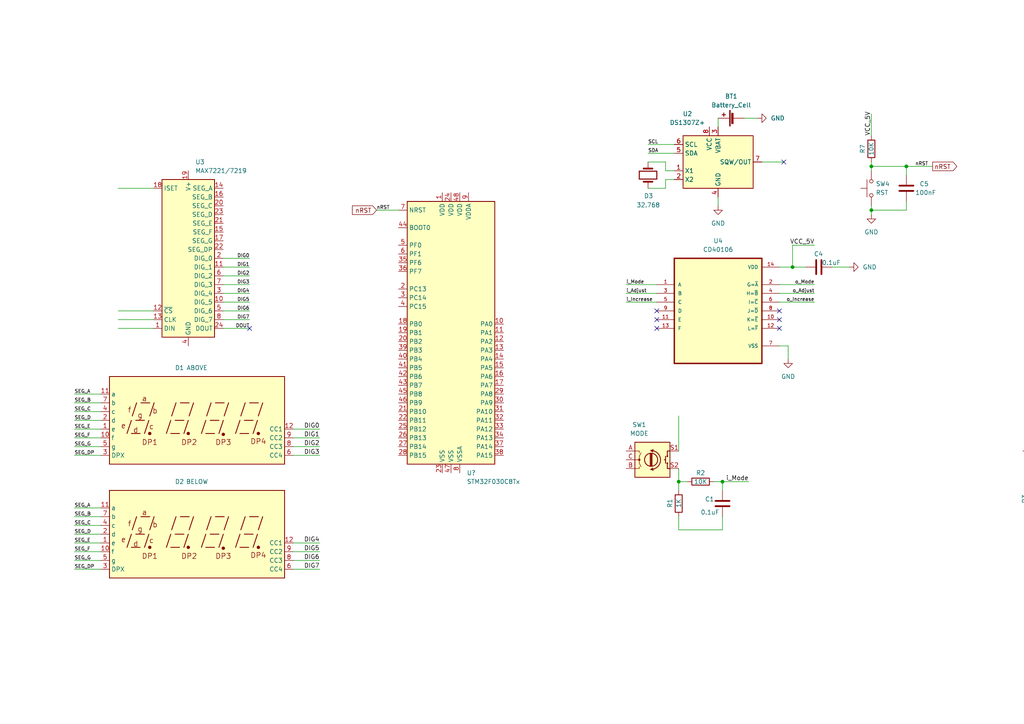
<source format=kicad_sch>
(kicad_sch (version 20211123) (generator eeschema)
  (paper "A4")
  (title_block (title "PerpetualCalendar") (company "DPEE_Lab") (comment 1 "Author: DPEE_LAB"))
  (lib_symbols
    (symbol "CD40106BM:CD40106BM" (pin_names (offset 1.016))
      (property "Reference" "U" (at -12.7 16.2306 0))
      (property "Value" "CD40106BM" (at -12.7 -19.2278 0))
      (symbol "CD40106BM_0_0"
        (rectangle (start -12.7 -15.24) (end 12.7 15.24) (stroke (width 0.4064)) (fill (type background)))
        (pin input line (at -17.78 7.62 0) (length 5.08) (name "A") (number "1"))
        (pin output line (at 17.78 -2.54 180) (length 5.08) (name "K=~{E}") (number "10"))
        (pin input line (at -17.78 -2.54 0) (length 5.08) (name "E") (number "11"))
        (pin output line (at 17.78 -5.08 180) (length 5.08) (name "L=~{F}") (number "12"))
        (pin input line (at -17.78 -5.08 0) (length 5.08) (name "F") (number "13"))
        (pin power_in line (at 17.78 12.7 180) (length 5.08) (name "VDD") (number "14"))
        (pin output line (at 17.78 7.62 180) (length 5.08) (name "G=~{A}") (number "2"))
        (pin input line (at -17.78 5.08 0) (length 5.08) (name "B") (number "3"))
        (pin output line (at 17.78 5.08 180) (length 5.08) (name "H=~{B}") (number "4"))
        (pin input line (at -17.78 2.54 0) (length 5.08) (name "C") (number "5"))
        (pin output line (at 17.78 2.54 180) (length 5.08) (name "I=~{C}") (number "6"))
        (pin power_in line (at 17.78 -10.16 180) (length 5.08) (name "VSS") (number "7"))
        (pin output line (at 17.78 0 180) (length 5.08) (name "J=~{D}") (number "8"))
        (pin input line (at -17.78 0 0) (length 5.08) (name "D") (number "9"))
      )
    )
    (symbol "Device:Battery_Cell" (pin_numbers hide) (pin_names (offset 0) hide)
      (property "Reference" "BT" (at 2.54 2.54 0))
      (property "Value" "Battery_Cell" (at 2.54 0 0))
      (symbol "Battery_Cell_0_1"
        (rectangle (start -2.286 1.778) (end 2.286 1.524) (fill (type outline)))
        (rectangle (start -1.5748 1.1938) (end 1.4732 0.6858) (fill (type outline)))
        (polyline (pts (xy 0 0.762) (xy 0 0)))
        (polyline (pts (xy 0 1.778) (xy 0 2.54)))
        (polyline (pts (xy 0.508 3.429) (xy 1.524 3.429)) (stroke (width 0.254)))
        (polyline (pts (xy 1.016 3.937) (xy 1.016 2.921)) (stroke (width 0.254)))
      )
      (symbol "Battery_Cell_1_1"
        (pin passive line (at 0 5.08 270) (length 2.54) (name "+") (number "1"))
        (pin passive line (at 0 -2.54 90) (length 2.54) (name "-") (number "2"))
      )
    )
    (symbol "Device:C" (pin_numbers hide) (pin_names (offset 0.254))
      (property "Reference" "C" (at 0.635 2.54 0))
      (property "Value" "C" (at 0.635 -2.54 0))
      (symbol "C_0_1"
        (polyline (pts (xy -2.032 -0.762) (xy 2.032 -0.762)) (stroke (width 0.508)))
        (polyline (pts (xy -2.032 0.762) (xy 2.032 0.762)) (stroke (width 0.508)))
      )
      (symbol "C_1_1"
        (pin passive line (at 0 3.81 270) (length 2.794) (name "~") (number "1"))
        (pin passive line (at 0 -3.81 90) (length 2.794) (name "~") (number "2"))
      )
    )
    (symbol "Device:Crystal" (pin_numbers hide) (pin_names (offset 1.016) hide)
      (property "Reference" "Y" (at 0 3.81 0))
      (property "Value" "Crystal" (at 0 -3.81 0))
      (symbol "Crystal_0_1"
        (rectangle (start -1.143 2.54) (end 1.143 -2.54) (stroke (width 0.3048)))
        (polyline (pts (xy -2.54 0) (xy -1.905 0)))
        (polyline (pts (xy -1.905 -1.27) (xy -1.905 1.27)) (stroke (width 0.508)))
        (polyline (pts (xy 1.905 -1.27) (xy 1.905 1.27)) (stroke (width 0.508)))
        (polyline (pts (xy 2.54 0) (xy 1.905 0)))
      )
      (symbol "Crystal_1_1"
        (pin passive line (at -3.81 0 0) (length 1.27) (name "1") (number "1"))
        (pin passive line (at 3.81 0 180) (length 1.27) (name "2") (number "2"))
      )
    )
    (symbol "Device:R" (pin_numbers hide) (pin_names (offset 0))
      (property "Reference" "R" (at 2.032 0 90))
      (property "Value" "R" (at 0 0 90))
      (symbol "R_0_1"
        (rectangle (start -1.016 -2.54) (end 1.016 2.54) (stroke (width 0.254)))
      )
      (symbol "R_1_1"
        (pin passive line (at 0 3.81 270) (length 1.27) (name "~") (number "1"))
        (pin passive line (at 0 -3.81 90) (length 1.27) (name "~") (number "2"))
      )
    )
    (symbol "Device:RotaryEncoder_Switch" (pin_names (offset 0.254) hide)
      (property "Reference" "SW" (at 0 6.604 0))
      (property "Value" "RotaryEncoder_Switch" (at 0 -6.604 0))
      (symbol "RotaryEncoder_Switch_0_1"
        (rectangle (start -5.08 5.08) (end 5.08 -5.08) (stroke (width 0.254)) (fill (type background)))
        (circle (center -3.81 0) (radius 0.254) (fill (type outline)))
        (arc (start -0.381 -2.794) (mid 2.3622 -0.0508) (end -0.381 2.667) (stroke (width 0.254)))
        (circle (center -0.381 0) (radius 1.905) (stroke (width 0.254)))
        (polyline (pts (xy -0.635 -1.778) (xy -0.635 1.778)) (stroke (width 0.254)))
        (polyline (pts (xy -0.381 -1.778) (xy -0.381 1.778)) (stroke (width 0.254)))
        (polyline (pts (xy -0.127 1.778) (xy -0.127 -1.778)) (stroke (width 0.254)))
        (polyline (pts (xy 3.81 0) (xy 3.429 0)) (stroke (width 0.254)))
        (polyline (pts (xy 3.81 1.016) (xy 3.81 -1.016)) (stroke (width 0.254)))
        (polyline (pts (xy -5.08 -2.54) (xy -3.81 -2.54) (xy -3.81 -2.032)))
        (polyline (pts (xy -5.08 2.54) (xy -3.81 2.54) (xy -3.81 2.032)))
        (polyline (pts (xy 0.254 -3.048) (xy -0.508 -2.794) (xy 0.127 -2.413)) (stroke (width 0.254)))
        (polyline (pts (xy 0.254 2.921) (xy -0.508 2.667) (xy 0.127 2.286)) (stroke (width 0.254)))
        (polyline (pts (xy 5.08 -2.54) (xy 4.318 -2.54) (xy 4.318 -1.016)) (stroke (width 0.254)))
        (polyline (pts (xy 5.08 2.54) (xy 4.318 2.54) (xy 4.318 1.016)) (stroke (width 0.254)))
        (polyline (pts (xy -5.08 0) (xy -3.81 0) (xy -3.81 -1.016) (xy -3.302 -2.032)))
        (polyline (pts (xy -4.318 0) (xy -3.81 0) (xy -3.81 1.016) (xy -3.302 2.032)))
        (circle (center 4.318 -1.016) (radius 0.127) (stroke (width 0.254)))
        (circle (center 4.318 1.016) (radius 0.127) (stroke (width 0.254)))
      )
      (symbol "RotaryEncoder_Switch_1_1"
        (pin passive line (at -7.62 2.54 0) (length 2.54) (name "A") (number "A"))
        (pin passive line (at -7.62 -2.54 0) (length 2.54) (name "B") (number "B"))
        (pin passive line (at -7.62 0 0) (length 2.54) (name "C") (number "C"))
        (pin passive line (at 7.62 2.54 180) (length 2.54) (name "S1") (number "S1"))
        (pin passive line (at 7.62 -2.54 180) (length 2.54) (name "S2") (number "S2"))
      )
    )
    (symbol "Display_Character:CC56-12CGKWA"
      (property "Reference" "U" (at -24.13 13.97 0))
      (property "Value" "CC56-12CGKWA" (at 17.78 13.97 0))
      (symbol "CC56-12CGKWA_0_0"
        (rectangle (start -25.4 12.7) (end 25.4 -12.7) (stroke (width 0.254)) (fill (type background)))
        (polyline (pts (xy -20.32 -3.81) (xy -19.05 0)) (stroke (width 0.254)))
        (polyline (pts (xy -19.05 -3.81) (xy -16.51 -3.81)) (stroke (width 0.254)))
        (polyline (pts (xy -18.796 1.27) (xy -17.526 5.08)) (stroke (width 0.254)))
        (polyline (pts (xy -17.78 0) (xy -15.24 0)) (stroke (width 0.254)))
        (polyline (pts (xy -16.256 5.08) (xy -13.716 5.08)) (stroke (width 0.254)))
        (polyline (pts (xy -15.24 -3.81) (xy -13.97 0)) (stroke (width 0.254)))
        (polyline (pts (xy -13.716 1.27) (xy -12.446 5.08)) (stroke (width 0.254)))
        (polyline (pts (xy -8.89 -3.81) (xy -7.62 0)) (stroke (width 0.254)))
        (polyline (pts (xy -7.62 -3.81) (xy -5.08 -3.81)) (stroke (width 0.254)))
        (polyline (pts (xy -7.366 1.27) (xy -6.096 5.08)) (stroke (width 0.254)))
        (polyline (pts (xy -6.35 0) (xy -3.81 0)) (stroke (width 0.254)))
        (polyline (pts (xy -4.826 5.08) (xy -2.286 5.08)) (stroke (width 0.254)))
        (polyline (pts (xy -3.81 -3.81) (xy -2.54 0)) (stroke (width 0.254)))
        (polyline (pts (xy -2.286 1.27) (xy -1.016 5.08)) (stroke (width 0.254)))
        (polyline (pts (xy 1.27 -3.81) (xy 2.54 0)) (stroke (width 0.254)))
        (polyline (pts (xy 2.54 -3.81) (xy 5.08 -3.81)) (stroke (width 0.254)))
        (polyline (pts (xy 2.794 1.27) (xy 4.064 5.08)) (stroke (width 0.254)))
        (polyline (pts (xy 3.81 0) (xy 6.35 0)) (stroke (width 0.254)))
        (polyline (pts (xy 5.334 5.08) (xy 7.874 5.08)) (stroke (width 0.254)))
        (polyline (pts (xy 6.35 -3.81) (xy 7.62 0)) (stroke (width 0.254)))
        (polyline (pts (xy 7.874 1.27) (xy 9.144 5.08)) (stroke (width 0.254)))
        (polyline (pts (xy 11.176 -3.81) (xy 12.446 0)) (stroke (width 0.254)))
        (polyline (pts (xy 12.446 -3.81) (xy 14.986 -3.81)) (stroke (width 0.254)))
        (polyline (pts (xy 12.7 1.27) (xy 13.97 5.08)) (stroke (width 0.254)))
        (polyline (pts (xy 13.716 0) (xy 16.256 0)) (stroke (width 0.254)))
        (polyline (pts (xy 15.24 5.08) (xy 17.78 5.08)) (stroke (width 0.254)))
        (polyline (pts (xy 16.256 -3.81) (xy 17.526 0)) (stroke (width 0.254)))
        (polyline (pts (xy 17.78 1.27) (xy 19.05 5.08)) (stroke (width 0.254)))
        (text "a" (at -15.24 6.35 0) (effects (font (size 1.524 1.524))))
        (text "b" (at -12.192 2.794 0) (effects (font (size 1.524 1.524))))
        (text "c" (at -13.208 -1.778 0) (effects (font (size 1.524 1.524))))
        (text "d" (at -17.78 -2.794 0) (effects (font (size 1.524 1.524))))
        (text "DP1" (at -13.716 -6.35 0) (effects (font (size 1.524 1.524))))
        (text "DP2" (at -2.286 -6.35 0) (effects (font (size 1.524 1.524))))
        (text "DP3" (at 7.62 -6.35 0) (effects (font (size 1.524 1.524))))
        (text "DP4" (at 17.78 -6.096 0) (effects (font (size 1.524 1.524))))
        (text "e" (at -21.336 -1.524 0) (effects (font (size 1.524 1.524))))
        (text "f" (at -19.558 3.048 0) (effects (font (size 1.524 1.524))))
        (text "g" (at -16.51 1.524 0) (effects (font (size 1.524 1.524))))
      )
      (symbol "CC56-12CGKWA_0_1"
        (circle (center -13.716 -3.81) (radius 0.3556) (stroke (width 0.254)) (fill (type outline)))
        (circle (center -2.54 -3.81) (radius 0.3556) (stroke (width 0.254)) (fill (type outline)))
      )
      (symbol "CC56-12CGKWA_1_0"
        (circle (center 7.62 -4.064) (radius 0.3556) (stroke (width 0.254)) (fill (type outline)))
        (circle (center 17.78 -3.81) (radius 0.3556) (stroke (width 0.254)) (fill (type outline)))
      )
      (symbol "CC56-12CGKWA_1_1"
        (pin input line (at -27.94 -2.54 0) (length 2.54) (name "e") (number "1"))
        (pin input line (at -27.94 -5.08 0) (length 2.54) (name "f") (number "10"))
        (pin input line (at -27.94 7.62 0) (length 2.54) (name "a") (number "11"))
        (pin input line (at 27.94 -2.54 180) (length 2.54) (name "CC1") (number "12"))
        (pin input line (at -27.94 0 0) (length 2.54) (name "d") (number "2"))
        (pin input line (at -27.94 -10.16 0) (length 2.54) (name "DPX") (number "3"))
        (pin input line (at -27.94 2.54 0) (length 2.54) (name "c") (number "4"))
        (pin input line (at -27.94 -7.62 0) (length 2.54) (name "g") (number "5"))
        (pin input line (at 27.94 -10.16 180) (length 2.54) (name "CC4") (number "6"))
        (pin input line (at -27.94 5.08 0) (length 2.54) (name "b") (number "7"))
        (pin input line (at 27.94 -7.62 180) (length 2.54) (name "CC3") (number "8"))
        (pin input line (at 27.94 -5.08 180) (length 2.54) (name "CC2") (number "9"))
      )
    )
    (symbol "Driver_LED:MAX7221xWG"
      (property "Reference" "U" (at -6.35 24.13 0))
      (property "Value" "MAX7221xWG" (at 1.27 25.4 0))
      (symbol "MAX7221xWG_0_1"
        (rectangle (start -7.62 22.86) (end 7.62 -22.86) (stroke (width 0.254)) (fill (type background)))
      )
      (symbol "MAX7221xWG_1_1"
        (pin input line (at -10.16 -20.32 0) (length 2.54) (name "DIN") (number "1"))
        (pin open_collector line (at 10.16 -12.7 180) (length 2.54) (name "DIG_5") (number "10"))
        (pin open_collector line (at 10.16 -2.54 180) (length 2.54) (name "DIG_1") (number "11"))
        (pin input line (at -10.16 -15.24 0) (length 2.54) (name "~{CS}") (number "12"))
        (pin input line (at -10.16 -17.78 0) (length 2.54) (name "CLK") (number "13"))
        (pin open_emitter line (at 10.16 20.32 180) (length 2.54) (name "SEG_A") (number "14"))
        (pin open_emitter line (at 10.16 7.62 180) (length 2.54) (name "SEG_F") (number "15"))
        (pin open_emitter line (at 10.16 17.78 180) (length 2.54) (name "SEG_B") (number "16"))
        (pin open_emitter line (at 10.16 5.08 180) (length 2.54) (name "SEG_G") (number "17"))
        (pin input line (at -10.16 20.32 0) (length 2.54) (name "ISET") (number "18"))
        (pin power_in line (at 0 25.4 270) (length 2.54) (name "V+") (number "19"))
        (pin open_collector line (at 10.16 0 180) (length 2.54) (name "DIG_0") (number "2"))
        (pin open_emitter line (at 10.16 15.24 180) (length 2.54) (name "SEG_C") (number "20"))
        (pin open_emitter line (at 10.16 10.16 180) (length 2.54) (name "SEG_E") (number "21"))
        (pin open_emitter line (at 10.16 2.54 180) (length 2.54) (name "SEG_DP") (number "22"))
        (pin open_emitter line (at 10.16 12.7 180) (length 2.54) (name "SEG_D") (number "23"))
        (pin output line (at 10.16 -20.32 180) (length 2.54) (name "DOUT") (number "24"))
        (pin open_collector line (at 10.16 -10.16 180) (length 2.54) (name "DIG_4") (number "3"))
        (pin power_in line (at 0 -25.4 90) (length 2.54) (name "GND") (number "4"))
        (pin open_collector line (at 10.16 -15.24 180) (length 2.54) (name "DIG_6") (number "5"))
        (pin open_collector line (at 10.16 -5.08 180) (length 2.54) (name "DIG_2") (number "6"))
        (pin open_collector line (at 10.16 -7.62 180) (length 2.54) (name "DIG_3") (number "7"))
        (pin open_collector line (at 10.16 -17.78 180) (length 2.54) (name "DIG_7") (number "8"))
        (pin passive line (at 0 -25.4 90) (length 2.54) hide (name "GND") (number "9"))
      )
    )
    (symbol "MCU_ST_STM32F0:STM32F030C8Tx"
      (property "Reference" "U" (at -12.7 39.37 0))
      (property "Value" "STM32F030C8Tx" (at 7.62 39.37 0))
      (symbol "STM32F030C8Tx_0_1"
        (rectangle (start -12.7 -38.1) (end 12.7 38.1) (stroke (width 0.254)) (fill (type background)))
      )
      (symbol "STM32F030C8Tx_1_1"
        (pin power_in line (at -2.54 40.64 270) (length 2.54) (name "VDD") (number "1"))
        (pin bidirectional line (at 15.24 2.54 180) (length 2.54) (name "PA0") (number "10"))
        (pin bidirectional line (at 15.24 0 180) (length 2.54) (name "PA1") (number "11"))
        (pin bidirectional line (at 15.24 -2.54 180) (length 2.54) (name "PA2") (number "12"))
        (pin bidirectional line (at 15.24 -5.08 180) (length 2.54) (name "PA3") (number "13"))
        (pin bidirectional line (at 15.24 -7.62 180) (length 2.54) (name "PA4") (number "14"))
        (pin bidirectional line (at 15.24 -10.16 180) (length 2.54) (name "PA5") (number "15"))
        (pin bidirectional line (at 15.24 -12.7 180) (length 2.54) (name "PA6") (number "16"))
        (pin bidirectional line (at 15.24 -15.24 180) (length 2.54) (name "PA7") (number "17"))
        (pin bidirectional line (at -15.24 2.54 0) (length 2.54) (name "PB0") (number "18"))
        (pin bidirectional line (at -15.24 0 0) (length 2.54) (name "PB1") (number "19"))
        (pin bidirectional line (at -15.24 12.7 0) (length 2.54) (name "PC13") (number "2"))
        (pin bidirectional line (at -15.24 -2.54 0) (length 2.54) (name "PB2") (number "20"))
        (pin bidirectional line (at -15.24 -22.86 0) (length 2.54) (name "PB10") (number "21"))
        (pin bidirectional line (at -15.24 -25.4 0) (length 2.54) (name "PB11") (number "22"))
        (pin power_in line (at -2.54 -40.64 90) (length 2.54) (name "VSS") (number "23"))
        (pin power_in line (at 0 40.64 270) (length 2.54) (name "VDD") (number "24"))
        (pin bidirectional line (at -15.24 -27.94 0) (length 2.54) (name "PB12") (number "25"))
        (pin bidirectional line (at -15.24 -30.48 0) (length 2.54) (name "PB13") (number "26"))
        (pin bidirectional line (at -15.24 -33.02 0) (length 2.54) (name "PB14") (number "27"))
        (pin bidirectional line (at -15.24 -35.56 0) (length 2.54) (name "PB15") (number "28"))
        (pin bidirectional line (at 15.24 -17.78 180) (length 2.54) (name "PA8") (number "29"))
        (pin bidirectional line (at -15.24 10.16 0) (length 2.54) (name "PC14") (number "3"))
        (pin bidirectional line (at 15.24 -20.32 180) (length 2.54) (name "PA9") (number "30"))
        (pin bidirectional line (at 15.24 -22.86 180) (length 2.54) (name "PA10") (number "31"))
        (pin bidirectional line (at 15.24 -25.4 180) (length 2.54) (name "PA11") (number "32"))
        (pin bidirectional line (at 15.24 -27.94 180) (length 2.54) (name "PA12") (number "33"))
        (pin bidirectional line (at 15.24 -30.48 180) (length 2.54) (name "PA13") (number "34"))
        (pin bidirectional line (at -15.24 20.32 0) (length 2.54) (name "PF6") (number "35"))
        (pin bidirectional line (at -15.24 17.78 0) (length 2.54) (name "PF7") (number "36"))
        (pin bidirectional line (at 15.24 -33.02 180) (length 2.54) (name "PA14") (number "37"))
        (pin bidirectional line (at 15.24 -35.56 180) (length 2.54) (name "PA15") (number "38"))
        (pin bidirectional line (at -15.24 -5.08 0) (length 2.54) (name "PB3") (number "39"))
        (pin bidirectional line (at -15.24 7.62 0) (length 2.54) (name "PC15") (number "4"))
        (pin bidirectional line (at -15.24 -7.62 0) (length 2.54) (name "PB4") (number "40"))
        (pin bidirectional line (at -15.24 -10.16 0) (length 2.54) (name "PB5") (number "41"))
        (pin bidirectional line (at -15.24 -12.7 0) (length 2.54) (name "PB6") (number "42"))
        (pin bidirectional line (at -15.24 -15.24 0) (length 2.54) (name "PB7") (number "43"))
        (pin input line (at -15.24 30.48 0) (length 2.54) (name "BOOT0") (number "44"))
        (pin bidirectional line (at -15.24 -17.78 0) (length 2.54) (name "PB8") (number "45"))
        (pin bidirectional line (at -15.24 -20.32 0) (length 2.54) (name "PB9") (number "46"))
        (pin power_in line (at 0 -40.64 90) (length 2.54) (name "VSS") (number "47"))
        (pin power_in line (at 2.54 40.64 270) (length 2.54) (name "VDD") (number "48"))
        (pin input line (at -15.24 25.4 0) (length 2.54) (name "PF0") (number "5"))
        (pin input line (at -15.24 22.86 0) (length 2.54) (name "PF1") (number "6"))
        (pin input line (at -15.24 35.56 0) (length 2.54) (name "NRST") (number "7"))
        (pin power_in line (at 2.54 -40.64 90) (length 2.54) (name "VSSA") (number "8"))
        (pin power_in line (at 5.08 40.64 270) (length 2.54) (name "VDDA") (number "9"))
      )
    )
    (symbol "Switch:SW_Push" (pin_numbers hide) (pin_names (offset 1.016) hide)
      (property "Reference" "SW" (at 1.27 2.54 0))
      (property "Value" "SW_Push" (at 0 -1.524 0))
      (symbol "SW_Push_0_1"
        (circle (center -2.032 0) (radius 0.508))
        (polyline (pts (xy 0 1.27) (xy 0 3.048)))
        (polyline (pts (xy 2.54 1.27) (xy -2.54 1.27)))
        (circle (center 2.032 0) (radius 0.508))
        (pin passive line (at -5.08 0 0) (length 2.54) (name "1") (number "1"))
        (pin passive line (at 5.08 0 180) (length 2.54) (name "2") (number "2"))
      )
    )
    (symbol "Timer_RTC:DS1307Z+"
      (property "Reference" "U" (at -8.89 8.89 0))
      (property "Value" "DS1307Z+" (at 1.27 8.89 0))
      (symbol "DS1307Z+_0_1"
        (rectangle (start -10.16 7.62) (end 10.16 -7.62) (stroke (width 0.254)) (fill (type background)))
      )
      (symbol "DS1307Z+_1_1"
        (pin input line (at -12.7 -2.54 0) (length 2.54) (name "X1") (number "1"))
        (pin input line (at -12.7 -5.08 0) (length 2.54) (name "X2") (number "2"))
        (pin power_in line (at 0 10.16 270) (length 2.54) (name "VBAT") (number "3"))
        (pin power_in line (at 0 -10.16 90) (length 2.54) (name "GND") (number "4"))
        (pin bidirectional line (at -12.7 2.54 0) (length 2.54) (name "SDA") (number "5"))
        (pin input line (at -12.7 5.08 0) (length 2.54) (name "SCL") (number "6"))
        (pin open_collector line (at 12.7 0 180) (length 2.54) (name "SQW/OUT") (number "7"))
        (pin power_in line (at -2.54 10.16 270) (length 2.54) (name "VCC") (number "8"))
      )
    )
    (symbol "power:GND" (power) (pin_names (offset 0))
      (property "Value" "GND" (at 0 -3.81 0))
      (symbol "GND_0_1"
        (polyline (pts (xy 0 0) (xy 0 -1.27) (xy 1.27 -1.27) (xy 0 -2.54) (xy -1.27 -1.27) (xy 0 -1.27)))
      )
      (symbol "GND_1_1"
        (pin power_in line (at 0 0 270) (length 0) hide (name "GND") (number "1"))
      )
    )
  )
  (junction (at 312.42 138.43))
  (junction (at 339.09 138.43))
  (junction (at 308.61 152.4))
  (junction (at 209.55 139.7))
  (junction (at 262.89 48.26))
  (junction (at 326.39 138.43))
  (junction (at 326.39 152.4))
  (junction (at 299.72 138.43))
  (junction (at 196.85 139.7))
  (junction (at 312.42 152.4))
  (junction (at 229.87 77.47))
  (junction (at 252.73 60.96))
  (junction (at 252.73 48.26))
  (no_connect (at 227.33 46.99))
  (no_connect (at 190.5 92.71))
  (no_connect (at 190.5 95.25))
  (no_connect (at 226.06 95.25))
  (no_connect (at 226.06 92.71))
  (no_connect (at 190.5 90.17))
  (no_connect (at 72.39 95.25))
  (no_connect (at 226.06 90.17))
  (wire (pts (xy 187.96 46.99) (xy 193.04 46.99)))
  (wire (pts (xy 196.85 153.67) (xy 209.55 153.67)))
  (wire (pts (xy 187.96 54.61) (xy 193.04 54.61)))
  (wire (pts (xy 21.59 165.1) (xy 29.21 165.1)))
  (wire (pts (xy 220.98 46.99) (xy 227.33 46.99)))
  (wire (pts (xy 252.73 60.96) (xy 252.73 62.23)))
  (wire (pts (xy 196.85 139.7) (xy 196.85 142.24)))
  (wire (pts (xy 229.87 77.47) (xy 229.87 71.12)))
  (wire (pts (xy 299.72 148.59) (xy 299.72 152.4)))
  (wire (pts (xy 21.59 116.84) (xy 29.21 116.84)))
  (wire (pts (xy 209.55 139.7) (xy 209.55 142.24)))
  (wire (pts (xy 85.09 124.46) (xy 92.71 124.46)))
  (wire (pts (xy 21.59 152.4) (xy 29.21 152.4)))
  (wire (pts (xy 252.73 48.26) (xy 252.73 49.53)))
  (wire (pts (xy 21.59 121.92) (xy 29.21 121.92)))
  (wire (pts (xy 262.89 60.96) (xy 262.89 58.42)))
  (wire (pts (xy 252.73 46.99) (xy 252.73 48.26)))
  (wire (pts (xy 326.39 121.92) (xy 326.39 125.73)))
  (wire (pts (xy 64.77 80.01) (xy 72.39 80.01)))
  (wire (pts (xy 208.28 34.29) (xy 208.28 36.83)))
  (wire (pts (xy 34.29 54.61) (xy 44.45 54.61)))
  (wire (pts (xy 196.85 120.65) (xy 196.85 130.81)))
  (wire (pts (xy 193.04 54.61) (xy 193.04 52.07)))
  (wire (pts (xy 187.96 41.91) (xy 195.58 41.91)))
  (wire (pts (xy 85.09 129.54) (xy 92.71 129.54)))
  (wire (pts (xy 85.09 132.08) (xy 92.71 132.08)))
  (wire (pts (xy 241.3 77.47) (xy 246.38 77.47)))
  (wire (pts (xy 181.61 85.09) (xy 190.5 85.09)))
  (wire (pts (xy 196.85 139.7) (xy 199.39 139.7)))
  (wire (pts (xy 181.61 87.63) (xy 190.5 87.63)))
  (wire (pts (xy 85.09 157.48) (xy 92.71 157.48)))
  (wire (pts (xy 299.72 135.89) (xy 299.72 138.43)))
  (wire (pts (xy 64.77 87.63) (xy 72.39 87.63)))
  (wire (pts (xy 196.85 149.86) (xy 196.85 153.67)))
  (wire (pts (xy 312.42 138.43) (xy 321.31 138.43)))
  (wire (pts (xy 208.28 57.15) (xy 208.28 59.69)))
  (wire (pts (xy 299.72 138.43) (xy 299.72 140.97)))
  (wire (pts (xy 34.29 90.17) (xy 44.45 90.17)))
  (wire (pts (xy 339.09 152.4) (xy 326.39 152.4)))
  (wire (pts (xy 336.55 138.43) (xy 339.09 138.43)))
  (wire (pts (xy 64.77 95.25) (xy 72.39 95.25)))
  (wire (pts (xy 226.06 87.63) (xy 236.22 87.63)))
  (wire (pts (xy 229.87 77.47) (xy 233.68 77.47)))
  (wire (pts (xy 21.59 129.54) (xy 29.21 129.54)))
  (wire (pts (xy 21.59 147.32) (xy 29.21 147.32)))
  (wire (pts (xy 326.39 148.59) (xy 326.39 152.4)))
  (wire (pts (xy 21.59 119.38) (xy 29.21 119.38)))
  (wire (pts (xy 85.09 162.56) (xy 92.71 162.56)))
  (wire (pts (xy 209.55 139.7) (xy 217.17 139.7)))
  (wire (pts (xy 21.59 114.3) (xy 29.21 114.3)))
  (wire (pts (xy 34.29 92.71) (xy 44.45 92.71)))
  (wire (pts (xy 64.77 82.55) (xy 72.39 82.55)))
  (wire (pts (xy 309.88 138.43) (xy 312.42 138.43)))
  (wire (pts (xy 207.01 139.7) (xy 209.55 139.7)))
  (wire (pts (xy 193.04 49.53) (xy 195.58 49.53)))
  (wire (pts (xy 326.39 152.4) (xy 312.42 152.4)))
  (wire (pts (xy 64.77 92.71) (xy 72.39 92.71)))
  (wire (pts (xy 21.59 127) (xy 29.21 127)))
  (wire (pts (xy 308.61 152.4) (xy 308.61 156.21)))
  (wire (pts (xy 85.09 127) (xy 92.71 127)))
  (wire (pts (xy 85.09 160.02) (xy 92.71 160.02)))
  (wire (pts (xy 326.39 135.89) (xy 326.39 138.43)))
  (wire (pts (xy 21.59 157.48) (xy 29.21 157.48)))
  (wire (pts (xy 312.42 152.4) (xy 308.61 152.4)))
  (wire (pts (xy 64.77 85.09) (xy 72.39 85.09)))
  (wire (pts (xy 187.96 44.45) (xy 195.58 44.45)))
  (wire (pts (xy 339.09 138.43) (xy 350.52 138.43)))
  (wire (pts (xy 252.73 59.69) (xy 252.73 60.96)))
  (wire (pts (xy 181.61 82.55) (xy 190.5 82.55)))
  (wire (pts (xy 34.29 95.25) (xy 44.45 95.25)))
  (wire (pts (xy 193.04 46.99) (xy 193.04 49.53)))
  (wire (pts (xy 299.72 121.92) (xy 299.72 125.73)))
  (wire (pts (xy 326.39 138.43) (xy 328.93 138.43)))
  (wire (pts (xy 339.09 138.43) (xy 339.09 140.97)))
  (wire (pts (xy 252.73 60.96) (xy 262.89 60.96)))
  (wire (pts (xy 215.9 34.29) (xy 219.71 34.29)))
  (wire (pts (xy 64.77 74.93) (xy 72.39 74.93)))
  (wire (pts (xy 226.06 100.33) (xy 228.6 100.33)))
  (wire (pts (xy 21.59 160.02) (xy 29.21 160.02)))
  (wire (pts (xy 109.22 60.96) (xy 115.57 60.96)))
  (wire (pts (xy 21.59 124.46) (xy 29.21 124.46)))
  (wire (pts (xy 226.06 82.55) (xy 236.22 82.55)))
  (wire (pts (xy 21.59 162.56) (xy 29.21 162.56)))
  (wire (pts (xy 196.85 135.89) (xy 196.85 139.7)))
  (wire (pts (xy 262.89 48.26) (xy 262.89 50.8)))
  (wire (pts (xy 21.59 149.86) (xy 29.21 149.86)))
  (wire (pts (xy 226.06 77.47) (xy 229.87 77.47)))
  (wire (pts (xy 299.72 138.43) (xy 302.26 138.43)))
  (wire (pts (xy 339.09 148.59) (xy 339.09 152.4)))
  (wire (pts (xy 226.06 85.09) (xy 236.22 85.09)))
  (wire (pts (xy 229.87 71.12) (xy 236.22 71.12)))
  (wire (pts (xy 209.55 149.86) (xy 209.55 153.67)))
  (wire (pts (xy 228.6 100.33) (xy 228.6 104.14)))
  (wire (pts (xy 193.04 52.07) (xy 195.58 52.07)))
  (wire (pts (xy 64.77 77.47) (xy 72.39 77.47)))
  (wire (pts (xy 64.77 90.17) (xy 72.39 90.17)))
  (wire (pts (xy 21.59 154.94) (xy 29.21 154.94)))
  (wire (pts (xy 312.42 138.43) (xy 312.42 140.97)))
  (wire (pts (xy 299.72 121.92) (xy 326.39 121.92)))
  (wire (pts (xy 312.42 148.59) (xy 312.42 152.4)))
  (wire (pts (xy 21.59 132.08) (xy 29.21 132.08)))
  (wire (pts (xy 85.09 165.1) (xy 92.71 165.1)))
  (wire (pts (xy 262.89 48.26) (xy 270.51 48.26)))
  (wire (pts (xy 326.39 138.43) (xy 326.39 140.97)))
  (wire (pts (xy 308.61 152.4) (xy 299.72 152.4)))
  (wire (pts (xy 252.73 33.02) (xy 252.73 39.37)))
  (wire (pts (xy 252.73 48.26) (xy 262.89 48.26)))
  (label "SEG_G" (at 21.59 162.56 0) (effects (font (size 1 1))))
  (label "i_Mode" (at 181.61 82.55 0) (effects (font (size 1 1))))
  (label "SCL" (at 187.96 41.91 0) (effects (font (size 1 1))))
  (label "DIG6" (at 92.71 162.56 180))
  (label "o_Adjust" (at 236.22 85.09 180) (effects (font (size 1 1))))
  (label "DOUT" (at 72.39 95.25 180) (effects (font (size 1 1))))
  (label "SEG_D" (at 21.59 121.92 0) (effects (font (size 1 1))))
  (label "i_Adjust" (at 181.61 85.09 0) (effects (font (size 1 1))))
  (label "i_Adjust" (at 321.31 138.43 180))
  (label "nRST" (at 269.24 48.26 180) (effects (font (size 1 1))))
  (label "SEG_A" (at 21.59 114.3 0) (effects (font (size 1 1))))
  (label "SEG_DP" (at 21.59 165.1 0) (effects (font (size 1 1))))
  (label "i_Increase" (at 350.52 138.43 180))
  (label "DIG3" (at 92.71 132.08 180))
  (label "SEG_E" (at 21.59 157.48 0) (effects (font (size 1 1))))
  (label "DIG4" (at 92.71 157.48 180))
  (label "SEG_C" (at 21.59 119.38 0) (effects (font (size 1 1))))
  (label "DIG5" (at 72.39 87.63 180) (effects (font (size 1 1))))
  (label "DIG3" (at 72.39 82.55 180) (effects (font (size 1 1))))
  (label "o_Increase" (at 236.22 87.63 180) (effects (font (size 1 1))))
  (label "SEG_DP" (at 21.59 132.08 0) (effects (font (size 1 1))))
  (label "o_Mode" (at 236.22 82.55 180) (effects (font (size 1 1))))
  (label "DIG2" (at 92.71 129.54 180))
  (label "SEG_G" (at 21.59 129.54 0) (effects (font (size 1 1))))
  (label "SDA" (at 187.96 44.45 0) (effects (font (size 1 1))))
  (label "DIG7" (at 92.71 165.1 180))
  (label "DIG6" (at 72.39 90.17 180) (effects (font (size 1 1))))
  (label "DIG4" (at 72.39 85.09 180) (effects (font (size 1 1))))
  (label "DIG2" (at 72.39 80.01 180) (effects (font (size 1 1))))
  (label "DIG1" (at 92.71 127 180))
  (label "SEG_F" (at 21.59 160.02 0) (effects (font (size 1 1))))
  (label "VCC_5V" (at 236.22 71.12 180))
  (label "SEG_B" (at 21.59 116.84 0) (effects (font (size 1 1))))
  (label "nRST" (at 109.22 60.96 0) (effects (font (size 1 1))))
  (label "DIG0" (at 92.71 124.46 180))
  (label "DIG7" (at 72.39 92.71 180) (effects (font (size 1 1))))
  (label "DIG1" (at 72.39 77.47 180) (effects (font (size 1 1))))
  (label "DIG5" (at 92.71 160.02 180))
  (label "SEG_F" (at 21.59 127 0) (effects (font (size 1 1))))
  (label "VCC_5V" (at 252.73 39.37 90))
  (label "SEG_B" (at 21.59 149.86 0) (effects (font (size 1 1))))
  (label "i_Increase" (at 181.61 87.63 0) (effects (font (size 1 1))))
  (label "i_Mode" (at 217.17 139.7 180))
  (label "SEG_D" (at 21.59 154.94 0) (effects (font (size 1 1))))
  (label "SEG_A" (at 21.59 147.32 0) (effects (font (size 1 1))))
  (label "SEG_E" (at 21.59 124.46 0) (effects (font (size 1 1))))
  (label "DIG0" (at 72.39 74.93 180) (effects (font (size 1 1))))
  (label "SEG_C" (at 21.59 152.4 0) (effects (font (size 1 1))))
  (global_label "nRST" (shape input) (at 109.22 60.96 180) (property "Intersheet References" "${INTERSHEET_REFS}" (effects hide)))
  (global_label "nRST" (shape output) (at 270.51 48.26 0) (property "Intersheet References" "${INTERSHEET_REFS}" (effects hide)))
  (symbol (lib_id "Switch:SW_Push") (at 326.39 130.81 90) (unit 1)
    (property "Reference" "SW3" (at 327.66 129.5399 90) (effects (justify right)))
    (property "Value" "Increase" (at 327.66 132.0799 90) (effects (justify right)))
  )
  (symbol (lib_id "MCU_ST_STM32F0:STM32F030C8Tx") (at 130.81 96.52 0) (unit 1)
    (property "Reference" "U?" (at 135.3694 137.16 0) (effects (justify left)))
    (property "Value" "STM32F030C8Tx" (at 135.3694 139.7 0) (effects (justify left)))
    (property "Footprint" "Package_QFP:LQFP-48_7x7mm_P0.5mm" (effects hide))
    (property "Datasheet" "http://www.st.com/st-web-ui/static/active/en/resource/technical/document/datasheet/DM00088500.pdf" (effects hide))
  )
  (symbol (lib_id "Device:C") (at 339.09 144.78 0) (unit 1)
    (property "Reference" "C3" (at 334.01 143.51 0) (effects (justify left)))
    (property "Value" "0.1uF" (at 332.74 147.32 0) (effects (justify left)))
  )
  (symbol (lib_id "Switch:SW_Push") (at 252.73 54.61 90) (unit 1)
    (property "Reference" "SW4" (at 254 53.3399 90) (effects (justify right)))
    (property "Value" "RST" (at 254 55.8799 90) (effects (justify right)))
  )
  (symbol (lib_id "Device:C") (at 262.89 54.61 0) (unit 1)
    (property "Reference" "C5" (at 266.7 53.3399 0) (effects (justify left)))
    (property "Value" "100nF" (at 265.43 55.88 0) (effects (justify left)))
    (property "Footprint" "Capacitor_SMD:C_0805_2012Metric" (effects hide))
  )
  (symbol (lib_id "Device:R") (at 203.2 139.7 90) (unit 1)
    (property "Reference" "R2" (at 203.2 137.16 90))
    (property "Value" "10K" (at 203.2 139.7 90))
  )
  (symbol (lib_id "Device:R") (at 332.74 138.43 90) (unit 1)
    (property "Reference" "R6" (at 332.74 135.89 90))
    (property "Value" "10K" (at 332.74 138.43 90))
  )
  (symbol (lib_id "Switch:SW_Push") (at 299.72 130.81 90) (unit 1)
    (property "Reference" "SW2" (at 300.99 129.5399 90) (effects (justify right)))
    (property "Value" "Adjust" (at 300.99 132.0799 90) (effects (justify right)))
  )
  (symbol (lib_id "Timer_RTC:DS1307Z+") (at 208.28 46.99 0) (unit 1)
    (property "Reference" "U2" (at 199.39 33.02 0))
    (property "Value" "DS1307Z+" (at 199.39 35.56 0))
    (property "Footprint" "Package_SO:SOIC-8_3.9x4.9mm_P1.27mm" (effects hide))
    (property "Datasheet" "https://datasheets.maximintegrated.com/en/ds/DS1307.pdf" (effects hide))
  )
  (symbol (lib_id "Device:R") (at 252.73 43.18 0) (unit 1)
    (property "Reference" "R7" (at 250.19 43.18 90))
    (property "Value" "10K" (at 252.73 43.18 90))
  )
  (symbol (lib_id "power:GND") (at 252.73 62.23 0) (unit 1)
    (property "Reference" "#PWR01" (effects hide))
    (property "Value" "GND" (at 252.73 67.31 0))
  )
  (symbol (lib_id "Device:R") (at 326.39 144.78 0) (unit 1)
    (property "Reference" "R5" (at 323.85 146.05 90) (effects (justify left)))
    (property "Value" "1K" (at 326.39 146.05 90) (effects (justify left)))
  )
  (symbol (lib_id "Device:Battery_Cell") (at 213.36 34.29 90) (unit 1)
    (property "Reference" "BT1" (at 212.09 27.94 90))
    (property "Value" "Battery_Cell" (at 212.09 30.48 90))
    (property "Footprint" "BC2032-F1:BAT_BC2032-F1" (effects hide))
  )
  (symbol (lib_id "Device:R") (at 299.72 144.78 0) (unit 1)
    (property "Reference" "R3" (at 297.18 146.05 90) (effects (justify left)))
    (property "Value" "1K" (at 299.72 146.05 90) (effects (justify left)))
  )
  (symbol (lib_id "power:GND") (at 308.61 156.21 0) (unit 1)
    (property "Reference" "#PWR0103" (effects hide))
    (property "Value" "GND" (at 308.61 161.29 0))
  )
  (symbol (lib_id "Device:C") (at 209.55 146.05 0) (unit 1)
    (property "Reference" "C1" (at 204.47 144.78 0) (effects (justify left)))
    (property "Value" "0.1uF" (at 203.2 148.59 0) (effects (justify left)))
  )
  (symbol (lib_id "Device:Crystal") (at 187.96 50.8 90) (unit 1)
    (property "Reference" "D3" (at 186.76 56.8237 90) (effects (justify right)))
    (property "Value" "32.768" (at 184.585 59.4744 90) (effects (justify right)))
  )
  (symbol (lib_id "power:GND") (at 246.38 77.47 90) (unit 1)
    (property "Reference" "#PWR0105" (effects hide))
    (property "Value" "GND" (at 250.19 77.4699 90) (effects (justify right)))
  )
  (symbol (lib_id "Display_Character:CC56-12CGKWA") (at 57.15 154.94 0) (unit 1)
    (property "Reference" "D2" (at 52.07 139.7 0))
    (property "Value" "BELOW" (at 57.15 139.7 0))
    (property "Footprint" "Display_7Segment:CA56-12CGKWA" (effects hide))
    (property "Datasheet" "http://www.kingbright.com/attachments/file/psearch/000/00/00/CC56-12CGKWA(Ver.8A).pdf" (effects hide))
  )
  (symbol (lib_id "Device:C") (at 312.42 144.78 0) (unit 1)
    (property "Reference" "C2" (at 307.34 143.51 0) (effects (justify left)))
    (property "Value" "0.1uF" (at 306.07 147.32 0) (effects (justify left)))
  )
  (symbol (lib_id "CD40106BM:CD40106BM") (at 208.28 90.17 0) (unit 1)
    (property "Reference" "U4" (at 208.28 69.85 0))
    (property "Value" "CD40106" (at 208.28 72.39 0))
    (property "Footprint" "CD40106BM:SOIC127P600X175-14N" (effects hide))
  )
  (symbol (lib_id "Device:R") (at 196.85 146.05 0) (unit 1)
    (property "Reference" "R1" (at 194.31 147.32 90) (effects (justify left)))
    (property "Value" "1K" (at 196.85 147.32 90) (effects (justify left)))
  )
  (symbol (lib_id "Driver_LED:MAX7221xWG") (at 54.61 74.93 0) (unit 1)
    (property "Reference" "U3" (at 56.6294 46.99 0) (effects (justify left)))
    (property "Value" "MAX7221/7219" (at 56.6294 49.53 0) (effects (justify left)))
    (property "Footprint" "Package_SO:SOIC-24W_7.5x15.4mm_P1.27mm" (effects hide))
    (property "Datasheet" "https://datasheets.maximintegrated.com/en/ds/MAX7219-MAX7221.pdf" (effects hide))
  )
  (symbol (lib_id "Device:RotaryEncoder_Switch") (at 189.23 133.35 0) (unit 1)
    (property "Reference" "SW1" (at 185.42 123.19 0))
    (property "Value" "MODE" (at 185.42 125.73 0))
  )
  (symbol (lib_id "power:GND") (at 219.71 34.29 90) (unit 1)
    (property "Reference" "#PWR0102" (effects hide))
    (property "Value" "GND" (at 223.52 34.2899 90) (effects (justify right)))
  )
  (symbol (lib_id "power:GND") (at 228.6 104.14 0) (unit 1)
    (property "Reference" "#PWR0104" (effects hide))
    (property "Value" "GND" (at 228.6 109.22 0))
  )
  (symbol (lib_id "Device:C") (at 237.49 77.47 90) (unit 1)
    (property "Reference" "C4" (at 238.76 73.66 90) (effects (justify left)))
    (property "Value" "0.1uF" (at 243.84 76.2 90) (effects (justify left)))
  )
  (symbol (lib_id "Display_Character:CC56-12CGKWA") (at 57.15 121.92 0) (unit 1)
    (property "Reference" "D1" (at 52.07 106.68 0))
    (property "Value" "ABOVE" (at 57.15 106.68 0))
    (property "Footprint" "Display_7Segment:CA56-12CGKWA" (effects hide))
    (property "Datasheet" "http://www.kingbright.com/attachments/file/psearch/000/00/00/CC56-12CGKWA(Ver.8A).pdf" (effects hide))
  )
  (symbol (lib_id "Device:R") (at 306.07 138.43 90) (unit 1)
    (property "Reference" "R4" (at 306.07 135.89 90))
    (property "Value" "10K" (at 306.07 138.43 90))
  )
  (symbol (lib_id "power:GND") (at 208.28 59.69 0) (unit 1)
    (property "Reference" "#PWR0101" (effects hide))
    (property "Value" "GND" (at 208.28 64.77 0))
  )
)
</source>
